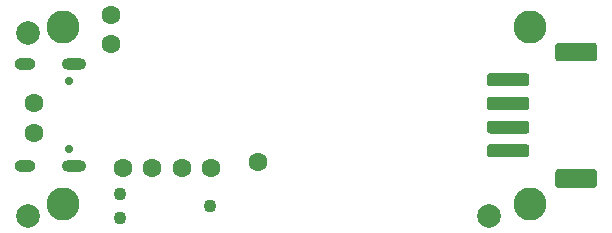
<source format=gbr>
%TF.GenerationSoftware,KiCad,Pcbnew,(5.1.5)-3*%
%TF.CreationDate,2020-08-07T14:40:55+02:00*%
%TF.ProjectId,bmp22,626d7032-322e-46b6-9963-61645f706362,rev?*%
%TF.SameCoordinates,Original*%
%TF.FileFunction,Soldermask,Bot*%
%TF.FilePolarity,Negative*%
%FSLAX46Y46*%
G04 Gerber Fmt 4.6, Leading zero omitted, Abs format (unit mm)*
G04 Created by KiCad (PCBNEW (5.1.5)-3) date 2020-08-07 14:40:55*
%MOMM*%
%LPD*%
G04 APERTURE LIST*
%ADD10C,1.600000*%
%ADD11C,2.800000*%
%ADD12C,2.000000*%
%ADD13C,0.100000*%
%ADD14C,1.090600*%
%ADD15C,0.700000*%
%ADD16O,1.800000X1.000000*%
%ADD17O,2.100000X1.000000*%
G04 APERTURE END LIST*
D10*
%TO.C,TP309*%
X141000000Y-134000000D03*
%TD*%
%TO.C,TP308*%
X134500000Y-134500000D03*
%TD*%
%TO.C,TP307*%
X132000000Y-134500000D03*
%TD*%
%TO.C,TP306*%
X129500000Y-134500000D03*
%TD*%
%TO.C,TP305*%
X128500000Y-124000000D03*
%TD*%
%TO.C,TP304*%
X122000000Y-131500000D03*
%TD*%
%TO.C,TP303*%
X122000000Y-129000000D03*
%TD*%
%TO.C,TP302*%
X128500000Y-121500000D03*
%TD*%
%TO.C,TP301*%
X137000000Y-134500000D03*
%TD*%
D11*
%TO.C,H4*%
X164000000Y-122500000D03*
%TD*%
%TO.C,H3*%
X164000000Y-137500000D03*
%TD*%
%TO.C,H2*%
X124500000Y-122500000D03*
%TD*%
%TO.C,H1*%
X124500000Y-137500000D03*
%TD*%
D12*
%TO.C,FID6*%
X121500000Y-138500000D03*
%TD*%
%TO.C,FID5*%
X160500000Y-138500000D03*
%TD*%
%TO.C,FID4*%
X121500000Y-123000000D03*
%TD*%
D13*
%TO.C,J202*%
G36*
X169409471Y-134551284D02*
G01*
X169435357Y-134555124D01*
X169460742Y-134561483D01*
X169485382Y-134570299D01*
X169509039Y-134581488D01*
X169531485Y-134594941D01*
X169552505Y-134610531D01*
X169571895Y-134628105D01*
X169589469Y-134647495D01*
X169605059Y-134668515D01*
X169618512Y-134690961D01*
X169629701Y-134714618D01*
X169638517Y-134739258D01*
X169644876Y-134764643D01*
X169648716Y-134790529D01*
X169650000Y-134816667D01*
X169650000Y-135883333D01*
X169648716Y-135909471D01*
X169644876Y-135935357D01*
X169638517Y-135960742D01*
X169629701Y-135985382D01*
X169618512Y-136009039D01*
X169605059Y-136031485D01*
X169589469Y-136052505D01*
X169571895Y-136071895D01*
X169552505Y-136089469D01*
X169531485Y-136105059D01*
X169509039Y-136118512D01*
X169485382Y-136129701D01*
X169460742Y-136138517D01*
X169435357Y-136144876D01*
X169409471Y-136148716D01*
X169383333Y-136150000D01*
X166416667Y-136150000D01*
X166390529Y-136148716D01*
X166364643Y-136144876D01*
X166339258Y-136138517D01*
X166314618Y-136129701D01*
X166290961Y-136118512D01*
X166268515Y-136105059D01*
X166247495Y-136089469D01*
X166228105Y-136071895D01*
X166210531Y-136052505D01*
X166194941Y-136031485D01*
X166181488Y-136009039D01*
X166170299Y-135985382D01*
X166161483Y-135960742D01*
X166155124Y-135935357D01*
X166151284Y-135909471D01*
X166150000Y-135883333D01*
X166150000Y-134816667D01*
X166151284Y-134790529D01*
X166155124Y-134764643D01*
X166161483Y-134739258D01*
X166170299Y-134714618D01*
X166181488Y-134690961D01*
X166194941Y-134668515D01*
X166210531Y-134647495D01*
X166228105Y-134628105D01*
X166247495Y-134610531D01*
X166268515Y-134594941D01*
X166290961Y-134581488D01*
X166314618Y-134570299D01*
X166339258Y-134561483D01*
X166364643Y-134555124D01*
X166390529Y-134551284D01*
X166416667Y-134550000D01*
X169383333Y-134550000D01*
X169409471Y-134551284D01*
G37*
G36*
X169409471Y-123851284D02*
G01*
X169435357Y-123855124D01*
X169460742Y-123861483D01*
X169485382Y-123870299D01*
X169509039Y-123881488D01*
X169531485Y-123894941D01*
X169552505Y-123910531D01*
X169571895Y-123928105D01*
X169589469Y-123947495D01*
X169605059Y-123968515D01*
X169618512Y-123990961D01*
X169629701Y-124014618D01*
X169638517Y-124039258D01*
X169644876Y-124064643D01*
X169648716Y-124090529D01*
X169650000Y-124116667D01*
X169650000Y-125183333D01*
X169648716Y-125209471D01*
X169644876Y-125235357D01*
X169638517Y-125260742D01*
X169629701Y-125285382D01*
X169618512Y-125309039D01*
X169605059Y-125331485D01*
X169589469Y-125352505D01*
X169571895Y-125371895D01*
X169552505Y-125389469D01*
X169531485Y-125405059D01*
X169509039Y-125418512D01*
X169485382Y-125429701D01*
X169460742Y-125438517D01*
X169435357Y-125444876D01*
X169409471Y-125448716D01*
X169383333Y-125450000D01*
X166416667Y-125450000D01*
X166390529Y-125448716D01*
X166364643Y-125444876D01*
X166339258Y-125438517D01*
X166314618Y-125429701D01*
X166290961Y-125418512D01*
X166268515Y-125405059D01*
X166247495Y-125389469D01*
X166228105Y-125371895D01*
X166210531Y-125352505D01*
X166194941Y-125331485D01*
X166181488Y-125309039D01*
X166170299Y-125285382D01*
X166161483Y-125260742D01*
X166155124Y-125235357D01*
X166151284Y-125209471D01*
X166150000Y-125183333D01*
X166150000Y-124116667D01*
X166151284Y-124090529D01*
X166155124Y-124064643D01*
X166161483Y-124039258D01*
X166170299Y-124014618D01*
X166181488Y-123990961D01*
X166194941Y-123968515D01*
X166210531Y-123947495D01*
X166228105Y-123928105D01*
X166247495Y-123910531D01*
X166268515Y-123894941D01*
X166290961Y-123881488D01*
X166314618Y-123870299D01*
X166339258Y-123861483D01*
X166364643Y-123855124D01*
X166390529Y-123851284D01*
X166416667Y-123850000D01*
X169383333Y-123850000D01*
X169409471Y-123851284D01*
G37*
G36*
X163701955Y-132451324D02*
G01*
X163728650Y-132455284D01*
X163754828Y-132461841D01*
X163780238Y-132470933D01*
X163804634Y-132482472D01*
X163827782Y-132496346D01*
X163849458Y-132512422D01*
X163869454Y-132530546D01*
X163887578Y-132550542D01*
X163903654Y-132572218D01*
X163917528Y-132595366D01*
X163929067Y-132619762D01*
X163938159Y-132645172D01*
X163944716Y-132671350D01*
X163948676Y-132698045D01*
X163950000Y-132725000D01*
X163950000Y-133275000D01*
X163948676Y-133301955D01*
X163944716Y-133328650D01*
X163938159Y-133354828D01*
X163929067Y-133380238D01*
X163917528Y-133404634D01*
X163903654Y-133427782D01*
X163887578Y-133449458D01*
X163869454Y-133469454D01*
X163849458Y-133487578D01*
X163827782Y-133503654D01*
X163804634Y-133517528D01*
X163780238Y-133529067D01*
X163754828Y-133538159D01*
X163728650Y-133544716D01*
X163701955Y-133548676D01*
X163675000Y-133550000D01*
X160625000Y-133550000D01*
X160598045Y-133548676D01*
X160571350Y-133544716D01*
X160545172Y-133538159D01*
X160519762Y-133529067D01*
X160495366Y-133517528D01*
X160472218Y-133503654D01*
X160450542Y-133487578D01*
X160430546Y-133469454D01*
X160412422Y-133449458D01*
X160396346Y-133427782D01*
X160382472Y-133404634D01*
X160370933Y-133380238D01*
X160361841Y-133354828D01*
X160355284Y-133328650D01*
X160351324Y-133301955D01*
X160350000Y-133275000D01*
X160350000Y-132725000D01*
X160351324Y-132698045D01*
X160355284Y-132671350D01*
X160361841Y-132645172D01*
X160370933Y-132619762D01*
X160382472Y-132595366D01*
X160396346Y-132572218D01*
X160412422Y-132550542D01*
X160430546Y-132530546D01*
X160450542Y-132512422D01*
X160472218Y-132496346D01*
X160495366Y-132482472D01*
X160519762Y-132470933D01*
X160545172Y-132461841D01*
X160571350Y-132455284D01*
X160598045Y-132451324D01*
X160625000Y-132450000D01*
X163675000Y-132450000D01*
X163701955Y-132451324D01*
G37*
G36*
X163701955Y-130451324D02*
G01*
X163728650Y-130455284D01*
X163754828Y-130461841D01*
X163780238Y-130470933D01*
X163804634Y-130482472D01*
X163827782Y-130496346D01*
X163849458Y-130512422D01*
X163869454Y-130530546D01*
X163887578Y-130550542D01*
X163903654Y-130572218D01*
X163917528Y-130595366D01*
X163929067Y-130619762D01*
X163938159Y-130645172D01*
X163944716Y-130671350D01*
X163948676Y-130698045D01*
X163950000Y-130725000D01*
X163950000Y-131275000D01*
X163948676Y-131301955D01*
X163944716Y-131328650D01*
X163938159Y-131354828D01*
X163929067Y-131380238D01*
X163917528Y-131404634D01*
X163903654Y-131427782D01*
X163887578Y-131449458D01*
X163869454Y-131469454D01*
X163849458Y-131487578D01*
X163827782Y-131503654D01*
X163804634Y-131517528D01*
X163780238Y-131529067D01*
X163754828Y-131538159D01*
X163728650Y-131544716D01*
X163701955Y-131548676D01*
X163675000Y-131550000D01*
X160625000Y-131550000D01*
X160598045Y-131548676D01*
X160571350Y-131544716D01*
X160545172Y-131538159D01*
X160519762Y-131529067D01*
X160495366Y-131517528D01*
X160472218Y-131503654D01*
X160450542Y-131487578D01*
X160430546Y-131469454D01*
X160412422Y-131449458D01*
X160396346Y-131427782D01*
X160382472Y-131404634D01*
X160370933Y-131380238D01*
X160361841Y-131354828D01*
X160355284Y-131328650D01*
X160351324Y-131301955D01*
X160350000Y-131275000D01*
X160350000Y-130725000D01*
X160351324Y-130698045D01*
X160355284Y-130671350D01*
X160361841Y-130645172D01*
X160370933Y-130619762D01*
X160382472Y-130595366D01*
X160396346Y-130572218D01*
X160412422Y-130550542D01*
X160430546Y-130530546D01*
X160450542Y-130512422D01*
X160472218Y-130496346D01*
X160495366Y-130482472D01*
X160519762Y-130470933D01*
X160545172Y-130461841D01*
X160571350Y-130455284D01*
X160598045Y-130451324D01*
X160625000Y-130450000D01*
X163675000Y-130450000D01*
X163701955Y-130451324D01*
G37*
G36*
X163701955Y-128451324D02*
G01*
X163728650Y-128455284D01*
X163754828Y-128461841D01*
X163780238Y-128470933D01*
X163804634Y-128482472D01*
X163827782Y-128496346D01*
X163849458Y-128512422D01*
X163869454Y-128530546D01*
X163887578Y-128550542D01*
X163903654Y-128572218D01*
X163917528Y-128595366D01*
X163929067Y-128619762D01*
X163938159Y-128645172D01*
X163944716Y-128671350D01*
X163948676Y-128698045D01*
X163950000Y-128725000D01*
X163950000Y-129275000D01*
X163948676Y-129301955D01*
X163944716Y-129328650D01*
X163938159Y-129354828D01*
X163929067Y-129380238D01*
X163917528Y-129404634D01*
X163903654Y-129427782D01*
X163887578Y-129449458D01*
X163869454Y-129469454D01*
X163849458Y-129487578D01*
X163827782Y-129503654D01*
X163804634Y-129517528D01*
X163780238Y-129529067D01*
X163754828Y-129538159D01*
X163728650Y-129544716D01*
X163701955Y-129548676D01*
X163675000Y-129550000D01*
X160625000Y-129550000D01*
X160598045Y-129548676D01*
X160571350Y-129544716D01*
X160545172Y-129538159D01*
X160519762Y-129529067D01*
X160495366Y-129517528D01*
X160472218Y-129503654D01*
X160450542Y-129487578D01*
X160430546Y-129469454D01*
X160412422Y-129449458D01*
X160396346Y-129427782D01*
X160382472Y-129404634D01*
X160370933Y-129380238D01*
X160361841Y-129354828D01*
X160355284Y-129328650D01*
X160351324Y-129301955D01*
X160350000Y-129275000D01*
X160350000Y-128725000D01*
X160351324Y-128698045D01*
X160355284Y-128671350D01*
X160361841Y-128645172D01*
X160370933Y-128619762D01*
X160382472Y-128595366D01*
X160396346Y-128572218D01*
X160412422Y-128550542D01*
X160430546Y-128530546D01*
X160450542Y-128512422D01*
X160472218Y-128496346D01*
X160495366Y-128482472D01*
X160519762Y-128470933D01*
X160545172Y-128461841D01*
X160571350Y-128455284D01*
X160598045Y-128451324D01*
X160625000Y-128450000D01*
X163675000Y-128450000D01*
X163701955Y-128451324D01*
G37*
G36*
X163701955Y-126451324D02*
G01*
X163728650Y-126455284D01*
X163754828Y-126461841D01*
X163780238Y-126470933D01*
X163804634Y-126482472D01*
X163827782Y-126496346D01*
X163849458Y-126512422D01*
X163869454Y-126530546D01*
X163887578Y-126550542D01*
X163903654Y-126572218D01*
X163917528Y-126595366D01*
X163929067Y-126619762D01*
X163938159Y-126645172D01*
X163944716Y-126671350D01*
X163948676Y-126698045D01*
X163950000Y-126725000D01*
X163950000Y-127275000D01*
X163948676Y-127301955D01*
X163944716Y-127328650D01*
X163938159Y-127354828D01*
X163929067Y-127380238D01*
X163917528Y-127404634D01*
X163903654Y-127427782D01*
X163887578Y-127449458D01*
X163869454Y-127469454D01*
X163849458Y-127487578D01*
X163827782Y-127503654D01*
X163804634Y-127517528D01*
X163780238Y-127529067D01*
X163754828Y-127538159D01*
X163728650Y-127544716D01*
X163701955Y-127548676D01*
X163675000Y-127550000D01*
X160625000Y-127550000D01*
X160598045Y-127548676D01*
X160571350Y-127544716D01*
X160545172Y-127538159D01*
X160519762Y-127529067D01*
X160495366Y-127517528D01*
X160472218Y-127503654D01*
X160450542Y-127487578D01*
X160430546Y-127469454D01*
X160412422Y-127449458D01*
X160396346Y-127427782D01*
X160382472Y-127404634D01*
X160370933Y-127380238D01*
X160361841Y-127354828D01*
X160355284Y-127328650D01*
X160351324Y-127301955D01*
X160350000Y-127275000D01*
X160350000Y-126725000D01*
X160351324Y-126698045D01*
X160355284Y-126671350D01*
X160361841Y-126645172D01*
X160370933Y-126619762D01*
X160382472Y-126595366D01*
X160396346Y-126572218D01*
X160412422Y-126550542D01*
X160430546Y-126530546D01*
X160450542Y-126512422D01*
X160472218Y-126496346D01*
X160495366Y-126482472D01*
X160519762Y-126470933D01*
X160545172Y-126461841D01*
X160571350Y-126455284D01*
X160598045Y-126451324D01*
X160625000Y-126450000D01*
X163675000Y-126450000D01*
X163701955Y-126451324D01*
G37*
%TD*%
D14*
%TO.C,J302*%
X136906000Y-137668000D03*
X129286000Y-136652000D03*
X129286000Y-138684000D03*
%TD*%
D15*
%TO.C,J301*%
X124950000Y-127110000D03*
X124950000Y-132890000D03*
D16*
X121260000Y-134320000D03*
X121260000Y-125680000D03*
D17*
X125430000Y-134320000D03*
X125430000Y-125680000D03*
%TD*%
M02*

</source>
